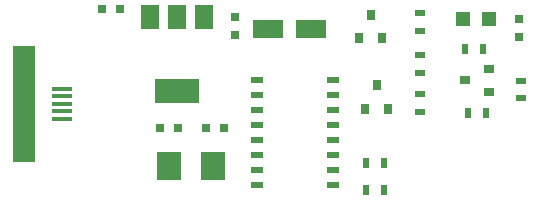
<source format=gbr>
G04 #@! TF.GenerationSoftware,KiCad,Pcbnew,5.0.0-fee4fd1~65~ubuntu17.10.1*
G04 #@! TF.CreationDate,2018-12-23T17:35:25+00:00*
G04 #@! TF.ProjectId,Programmer Using CH340G,50726F6772616D6D6572205573696E67,rev?*
G04 #@! TF.SameCoordinates,Original*
G04 #@! TF.FileFunction,Paste,Top*
G04 #@! TF.FilePolarity,Positive*
%FSLAX46Y46*%
G04 Gerber Fmt 4.6, Leading zero omitted, Abs format (unit mm)*
G04 Created by KiCad (PCBNEW 5.0.0-fee4fd1~65~ubuntu17.10.1) date Sun Dec 23 17:35:25 2018*
%MOMM*%
%LPD*%
G01*
G04 APERTURE LIST*
%ADD10R,1.900000X9.800000*%
%ADD11R,1.700000X0.400000*%
%ADD12R,1.500000X2.000000*%
%ADD13R,3.800000X2.000000*%
%ADD14R,2.000000X2.400000*%
%ADD15R,0.800000X0.750000*%
%ADD16R,0.750000X0.800000*%
%ADD17R,0.500000X0.900000*%
%ADD18R,0.900000X0.500000*%
%ADD19R,1.200000X1.200000*%
%ADD20R,2.600000X1.600000*%
%ADD21R,0.900000X0.800000*%
%ADD22R,0.800000X0.900000*%
%ADD23R,1.000000X0.500000*%
G04 APERTURE END LIST*
D10*
G04 #@! TO.C,J1*
X86360000Y-48831500D03*
D11*
X89535000Y-49466500D03*
X89535000Y-50101500D03*
X89535000Y-48196500D03*
X89535000Y-47561500D03*
X89535000Y-48831500D03*
G04 #@! TD*
D12*
G04 #@! TO.C,IC1*
X101614000Y-41490500D03*
X97014000Y-41490500D03*
X99314000Y-41490500D03*
D13*
X99314000Y-47790500D03*
G04 #@! TD*
D14*
G04 #@! TO.C,Y1*
X98670500Y-54102000D03*
X102370500Y-54102000D03*
G04 #@! TD*
D15*
G04 #@! TO.C,C1*
X103302500Y-50863500D03*
X101802500Y-50863500D03*
G04 #@! TD*
G04 #@! TO.C,C2*
X97865500Y-50863500D03*
X99365500Y-50863500D03*
G04 #@! TD*
G04 #@! TO.C,C4*
X92988000Y-40830500D03*
X94488000Y-40830500D03*
G04 #@! TD*
D16*
G04 #@! TO.C,C6*
X128270000Y-41680000D03*
X128270000Y-43180000D03*
G04 #@! TD*
D17*
G04 #@! TO.C,R1*
X115340000Y-56134000D03*
X116840000Y-56134000D03*
G04 #@! TD*
G04 #@! TO.C,R2*
X116840000Y-53848000D03*
X115340000Y-53848000D03*
G04 #@! TD*
G04 #@! TO.C,R3*
X125464000Y-49657000D03*
X123964000Y-49657000D03*
G04 #@! TD*
G04 #@! TO.C,R4*
X125222000Y-44196000D03*
X123722000Y-44196000D03*
G04 #@! TD*
D18*
G04 #@! TO.C,R5*
X119888000Y-44728000D03*
X119888000Y-46228000D03*
G04 #@! TD*
G04 #@! TO.C,R6*
X119888000Y-48018000D03*
X119888000Y-49518000D03*
G04 #@! TD*
D19*
G04 #@! TO.C,D2*
X123530000Y-41656000D03*
X125730000Y-41656000D03*
G04 #@! TD*
D18*
G04 #@! TO.C,R7*
X128397000Y-46875000D03*
X128397000Y-48375000D03*
G04 #@! TD*
G04 #@! TO.C,R8*
X119888000Y-42672000D03*
X119888000Y-41172000D03*
G04 #@! TD*
D20*
G04 #@! TO.C,C3*
X110617000Y-42545000D03*
X107017000Y-42545000D03*
G04 #@! TD*
D16*
G04 #@! TO.C,C5*
X104203500Y-42977500D03*
X104203500Y-41477500D03*
G04 #@! TD*
D21*
G04 #@! TO.C,T1*
X125714000Y-47813000D03*
X125714000Y-45913000D03*
X123714000Y-46863000D03*
G04 #@! TD*
D22*
G04 #@! TO.C,T2*
X115697000Y-41291000D03*
X116647000Y-43291000D03*
X114747000Y-43291000D03*
G04 #@! TD*
G04 #@! TO.C,T3*
X115255000Y-49260000D03*
X117155000Y-49260000D03*
X116205000Y-47260000D03*
G04 #@! TD*
D23*
G04 #@! TO.C,U1*
X106045000Y-46863000D03*
X106045000Y-48133000D03*
X106045000Y-49403000D03*
X106045000Y-50673000D03*
X106045000Y-51943000D03*
X106045000Y-53213000D03*
X106045000Y-54483000D03*
X112522000Y-54483000D03*
X112522000Y-53213000D03*
X112522000Y-51943000D03*
X112522000Y-50673000D03*
X112522000Y-49403000D03*
X106045000Y-55753000D03*
X112522000Y-55753000D03*
X112522000Y-48133000D03*
X112522000Y-46863000D03*
G04 #@! TD*
M02*

</source>
